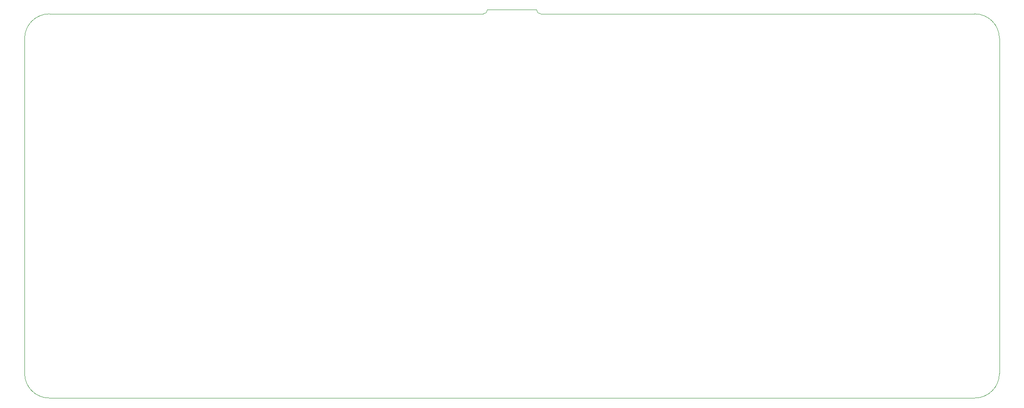
<source format=gbr>
%TF.GenerationSoftware,KiCad,Pcbnew,(6.0.10)*%
%TF.CreationDate,2023-02-13T13:47:23-06:00*%
%TF.ProjectId,AlphaWetPCB,416c7068-6157-4657-9450-43422e6b6963,rev?*%
%TF.SameCoordinates,Original*%
%TF.FileFunction,Profile,NP*%
%FSLAX46Y46*%
G04 Gerber Fmt 4.6, Leading zero omitted, Abs format (unit mm)*
G04 Created by KiCad (PCBNEW (6.0.10)) date 2023-02-13 13:47:23*
%MOMM*%
%LPD*%
G01*
G04 APERTURE LIST*
%TA.AperFunction,Profile*%
%ADD10C,0.100000*%
%TD*%
G04 APERTURE END LIST*
D10*
X142875000Y-20637500D02*
X133350000Y-20637500D01*
X232568750Y-26193750D02*
X232568750Y-91281250D01*
X48418750Y-21431250D02*
G75*
G03*
X43656250Y-26193750I0J-4762500D01*
G01*
X142875050Y-20637500D02*
G75*
G03*
X143668750Y-21431250I793750J0D01*
G01*
X132556250Y-21431300D02*
G75*
G03*
X133350000Y-20637500I-50J793800D01*
G01*
X232568750Y-26193750D02*
G75*
G03*
X227806250Y-21431250I-4762550J-50D01*
G01*
X132556250Y-21431250D02*
X48418750Y-21431250D01*
X43656250Y-91281250D02*
G75*
G03*
X48418750Y-96043750I4762500J0D01*
G01*
X227806250Y-96043750D02*
G75*
G03*
X232568750Y-91281250I-50J4762550D01*
G01*
X227806250Y-96043750D02*
X48418750Y-96043750D01*
X43656250Y-91281250D02*
X43656250Y-26193750D01*
X227806250Y-21431250D02*
X143668750Y-21431250D01*
M02*

</source>
